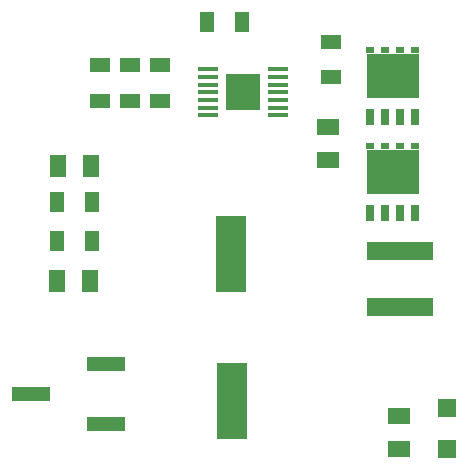
<source format=gtp>
G04*
G04 #@! TF.GenerationSoftware,Altium Limited,Altium Designer,21.6.4 (81)*
G04*
G04 Layer_Color=8421504*
%FSLAX44Y44*%
%MOMM*%
G71*
G04*
G04 #@! TF.SameCoordinates,B536BBD3-7635-4869-82B2-4475C75F943D*
G04*
G04*
G04 #@! TF.FilePolarity,Positive*
G04*
G01*
G75*
%ADD13R,3.0000X3.1000*%
%ADD14R,1.7800X0.3560*%
%ADD15R,1.9500X1.4000*%
%ADD16R,3.3000X1.2000*%
%ADD17R,1.5000X1.5000*%
%ADD18R,1.4000X1.9500*%
%ADD19R,0.7100X1.3720*%
%ADD20R,4.5200X3.8500*%
%ADD21R,0.7200X0.5930*%
%ADD22R,5.7000X1.6000*%
%ADD23R,2.5000X6.5000*%
%ADD24R,1.1500X1.8000*%
%ADD25R,1.8000X1.1500*%
D13*
X212090Y325120D02*
D03*
D14*
X241790Y305620D02*
D03*
Y312120D02*
D03*
Y318620D02*
D03*
Y325120D02*
D03*
Y331620D02*
D03*
Y338120D02*
D03*
Y344620D02*
D03*
X182390Y305620D02*
D03*
Y312120D02*
D03*
Y318620D02*
D03*
Y325120D02*
D03*
Y331620D02*
D03*
Y338120D02*
D03*
Y344620D02*
D03*
D15*
X344170Y50860D02*
D03*
Y22860D02*
D03*
X284480Y267970D02*
D03*
Y295970D02*
D03*
D16*
X96520Y44450D02*
D03*
Y95250D02*
D03*
X32520Y69850D02*
D03*
D17*
X384810Y23140D02*
D03*
Y58140D02*
D03*
D18*
X82610Y165100D02*
D03*
X54610D02*
D03*
X83820Y262890D02*
D03*
X55820D02*
D03*
D19*
X357936Y222856D02*
D03*
X332536D02*
D03*
X345236D02*
D03*
X319836D02*
D03*
X319786Y304546D02*
D03*
X345186D02*
D03*
X332486D02*
D03*
X357886D02*
D03*
D20*
X339140Y257400D02*
D03*
X339090Y339090D02*
D03*
D21*
X358140Y279400D02*
D03*
X320140D02*
D03*
X345440D02*
D03*
X332840D02*
D03*
X332790Y361090D02*
D03*
X345390D02*
D03*
X320090D02*
D03*
X358090D02*
D03*
D22*
X345440Y190500D02*
D03*
Y143500D02*
D03*
D23*
X201930Y188500D02*
D03*
X203200Y63500D02*
D03*
D24*
X84610Y199390D02*
D03*
X54610D02*
D03*
X211610Y384810D02*
D03*
X181610D02*
D03*
X54610Y232410D02*
D03*
X84610D02*
D03*
D25*
X287020Y367820D02*
D03*
Y337820D02*
D03*
X91440Y317980D02*
D03*
Y347980D02*
D03*
X116840D02*
D03*
Y317980D02*
D03*
X142240D02*
D03*
Y347980D02*
D03*
M02*

</source>
